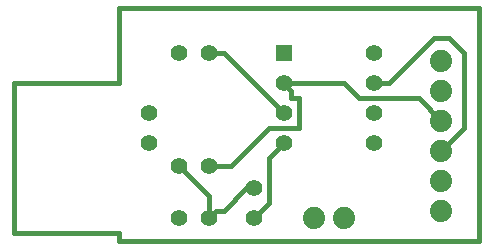
<source format=gbl>
G04 (created by PCBNEW-RS274X (2012-apr-16-27)-stable) date Fri 16 Aug 2013 02:43:40 PM IST*
G01*
G70*
G90*
%MOIN*%
G04 Gerber Fmt 3.4, Leading zero omitted, Abs format*
%FSLAX34Y34*%
G04 APERTURE LIST*
%ADD10C,0.006000*%
%ADD11C,0.015000*%
%ADD12C,0.074000*%
%ADD13C,0.055000*%
%ADD14R,0.055000X0.055000*%
%ADD15C,0.016000*%
G04 APERTURE END LIST*
G54D10*
G54D11*
X36500Y-43250D02*
X36500Y-38250D01*
X40000Y-43250D02*
X36500Y-43250D01*
X40000Y-43500D02*
X40000Y-43250D01*
X52000Y-43500D02*
X40000Y-43500D01*
X52000Y-35750D02*
X52000Y-43500D01*
X40000Y-35750D02*
X52000Y-35750D01*
X40000Y-38250D02*
X40000Y-35750D01*
X36500Y-38250D02*
X40000Y-38250D01*
G54D12*
X50750Y-42500D03*
X50750Y-41500D03*
X50750Y-40500D03*
X50750Y-39500D03*
X50750Y-38500D03*
X50750Y-37500D03*
X47500Y-42750D03*
X46500Y-42750D03*
G54D13*
X44500Y-42750D03*
X44500Y-41750D03*
X41000Y-39250D03*
X41000Y-40250D03*
X42000Y-42750D03*
X43000Y-42750D03*
X42000Y-41000D03*
X43000Y-41000D03*
X42000Y-37250D03*
X43000Y-37250D03*
G54D14*
X45500Y-37250D03*
G54D13*
X45500Y-38250D03*
X45500Y-39250D03*
X45500Y-40250D03*
X48500Y-40250D03*
X48500Y-39250D03*
X48500Y-38250D03*
X48500Y-37250D03*
G54D15*
X43000Y-42000D02*
X43000Y-42750D01*
X42000Y-41000D02*
X43000Y-42000D01*
X44250Y-41750D02*
X44500Y-41750D01*
X43500Y-42500D02*
X44250Y-41750D01*
X43250Y-42500D02*
X43500Y-42500D01*
X43000Y-42750D02*
X43250Y-42500D01*
X45000Y-42250D02*
X44500Y-42750D01*
X45000Y-40750D02*
X45000Y-42250D01*
X45500Y-40250D02*
X45000Y-40750D01*
X50750Y-40500D02*
X51500Y-39750D01*
X51500Y-39750D02*
X51500Y-37250D01*
X51500Y-37250D02*
X51000Y-36750D01*
X51000Y-36750D02*
X50500Y-36750D01*
X50500Y-36750D02*
X49000Y-38250D01*
X49000Y-38250D02*
X48500Y-38250D01*
X45500Y-39250D02*
X43500Y-37250D01*
X43500Y-37250D02*
X43000Y-37250D01*
X47500Y-38250D02*
X45500Y-38250D01*
X48000Y-38750D02*
X47500Y-38250D01*
X50000Y-38750D02*
X48000Y-38750D01*
X50750Y-39500D02*
X50000Y-38750D01*
X43750Y-41000D02*
X43000Y-41000D01*
X45000Y-39750D02*
X43750Y-41000D01*
X46000Y-39750D02*
X45000Y-39750D01*
X46000Y-38750D02*
X46000Y-39750D01*
X45750Y-38750D02*
X46000Y-38750D01*
X45750Y-38500D02*
X45750Y-38750D01*
X45500Y-38250D02*
X45750Y-38500D01*
M02*

</source>
